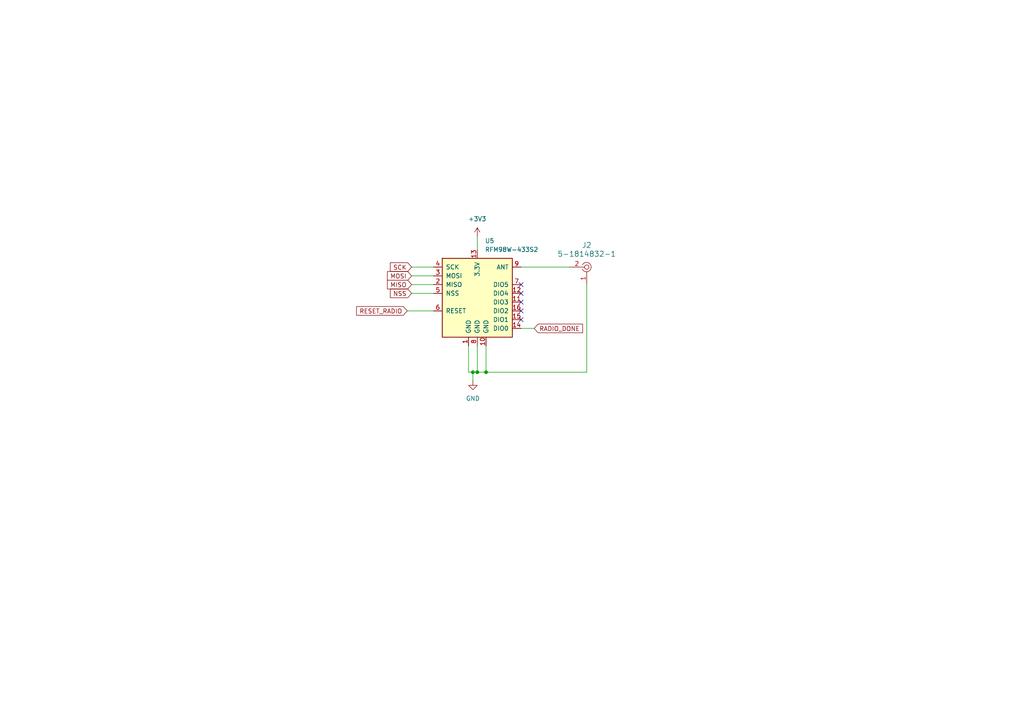
<source format=kicad_sch>
(kicad_sch (version 20231120) (generator "eeschema") (generator_version "8.0")
  (paper "A4")
  (lib_symbols
    (symbol "RF_Module:RFM98W-433S2" (pin_names (offset 1.016))
      (property "Reference" "U" (at -10.414 11.684 0))
      (property "Value" "RFM98W-433S2" (at 1.524 11.43 0))
      (symbol "RFM98W-433S2_0_1"
        (rectangle (start -10.16 10.16) (end 10.16 -12.7) (stroke (width 0.254)) (fill (type background)))
      )
      (symbol "RFM98W-433S2_1_1"
        (pin power_in line (at -2.54 -15.24 90) (length 2.54) (name "GND") (number "1"))
        (pin power_in line (at 2.54 -15.24 90) (length 2.54) (name "GND") (number "10"))
        (pin bidirectional line (at 12.7 -2.54 180) (length 2.54) (name "DIO3") (number "11"))
        (pin bidirectional line (at 12.7 0 180) (length 2.54) (name "DIO4") (number "12"))
        (pin power_in line (at 0 12.7 270) (length 2.54) (name "3.3V") (number "13"))
        (pin bidirectional line (at 12.7 -10.16 180) (length 2.54) (name "DIO0") (number "14"))
        (pin bidirectional line (at 12.7 -7.62 180) (length 2.54) (name "DIO1") (number "15"))
        (pin bidirectional line (at 12.7 -5.08 180) (length 2.54) (name "DIO2") (number "16"))
        (pin output line (at -12.7 2.54 0) (length 2.54) (name "MISO") (number "2"))
        (pin input line (at -12.7 5.08 0) (length 2.54) (name "MOSI") (number "3"))
        (pin input line (at -12.7 7.62 0) (length 2.54) (name "SCK") (number "4"))
        (pin input line (at -12.7 0 0) (length 2.54) (name "NSS") (number "5"))
        (pin bidirectional line (at -12.7 -5.08 0) (length 2.54) (name "RESET") (number "6"))
        (pin bidirectional line (at 12.7 2.54 180) (length 2.54) (name "DIO5") (number "7"))
        (pin power_in line (at 0 -15.24 90) (length 2.54) (name "GND") (number "8"))
        (pin bidirectional line (at 12.7 7.62 180) (length 2.54) (name "ANT") (number "9"))
      )
    )
    (symbol "dk_Coaxial-Connectors-RF:5-1814832-1" (pin_names (offset 1.016))
      (property "Reference" "J" (at -2.54 1.27 0))
      (property "Value" "5-1814832-1" (at 1.27 -2.54 0))
      (symbol "5-1814832-1_0_1"
        (arc (start -1.27 0) (mid -0.2651 -1.3081) (end 1.27 -0.635))
        (circle (center 0 0) (radius 0.635))
        (arc (start 1.27 0.635) (mid -0.2496 1.3256) (end -1.27 0))
      )
      (symbol "5-1814832-1_1_1"
        (pin passive line (at 0 -5.08 90) (length 3.683) (name "~") (number "1"))
        (pin passive line (at 5.08 0 180) (length 4.445) (name "~") (number "2"))
      )
    )
    (symbol "power:+3V3" (power) (pin_numbers hide) (pin_names (offset 0) hide)
      (property "Value" "+3V3" (at 0 3.556 0))
      (symbol "+3V3_0_1"
        (polyline (pts (xy -0.762 1.27) (xy 0 2.54)))
        (polyline (pts (xy 0 0) (xy 0 2.54)))
        (polyline (pts (xy 0 2.54) (xy 0.762 1.27)))
      )
      (symbol "+3V3_1_1"
        (pin power_in line (at 0 0 90) (length 0) (name "~") (number "1"))
      )
    )
    (symbol "power:GND" (power) (pin_numbers hide) (pin_names (offset 0) hide)
      (property "Value" "GND" (at 0 -3.81 0))
      (symbol "GND_0_1"
        (polyline (pts (xy 0 0) (xy 0 -1.27) (xy 1.27 -1.27) (xy 0 -2.54) (xy -1.27 -1.27) (xy 0 -1.27)))
      )
      (symbol "GND_1_1"
        (pin power_in line (at 0 0 270) (length 0) (name "~") (number "1"))
      )
    )
  )
  (junction (at 137.16 107.95))
  (junction (at 140.97 107.95))
  (junction (at 138.43 107.95))
  (no_connect (at 151.13 92.71))
  (no_connect (at 151.13 85.09))
  (no_connect (at 151.13 87.63))
  (no_connect (at 151.13 82.55))
  (no_connect (at 151.13 90.17))
  (wire (pts (xy 119.38 80.01) (xy 125.73 80.01)))
  (wire (pts (xy 138.43 68.58) (xy 138.43 72.39)))
  (wire (pts (xy 170.18 82.55) (xy 170.18 107.95)))
  (wire (pts (xy 137.16 107.95) (xy 138.43 107.95)))
  (wire (pts (xy 135.89 107.95) (xy 137.16 107.95)))
  (wire (pts (xy 140.97 100.33) (xy 140.97 107.95)))
  (wire (pts (xy 119.38 82.55) (xy 125.73 82.55)))
  (wire (pts (xy 135.89 100.33) (xy 135.89 107.95)))
  (wire (pts (xy 137.16 110.49) (xy 137.16 107.95)))
  (wire (pts (xy 170.18 107.95) (xy 140.97 107.95)))
  (wire (pts (xy 154.94 95.25) (xy 151.13 95.25)))
  (wire (pts (xy 140.97 107.95) (xy 138.43 107.95)))
  (wire (pts (xy 151.13 77.47) (xy 165.1 77.47)))
  (wire (pts (xy 119.38 85.09) (xy 125.73 85.09)))
  (wire (pts (xy 119.38 77.47) (xy 125.73 77.47)))
  (wire (pts (xy 138.43 107.95) (xy 138.43 100.33)))
  (wire (pts (xy 118.11 90.17) (xy 125.73 90.17)))
  (global_label "NSS" (shape input) (at 119.38 85.09 180) (property "Intersheetrefs" "${INTERSHEET_REFS}" (effects (hide yes))))
  (global_label "MISO" (shape input) (at 119.38 82.55 180) (property "Intersheetrefs" "${INTERSHEET_REFS}" (effects (hide yes))))
  (global_label "SCK" (shape input) (at 119.38 77.47 180) (property "Intersheetrefs" "${INTERSHEET_REFS}" (effects (hide yes))))
  (global_label "MOSI" (shape input) (at 119.38 80.01 180) (property "Intersheetrefs" "${INTERSHEET_REFS}" (effects (hide yes))))
  (global_label "RESET_RADIO" (shape input) (at 118.11 90.17 180) (property "Intersheetrefs" "${INTERSHEET_REFS}" (effects (hide yes))))
  (global_label "RADIO_DONE" (shape input) (at 154.94 95.25 0) (property "Intersheetrefs" "${INTERSHEET_REFS}" (effects (hide yes))))
  (symbol (lib_id "power:+3V3") (at 138.43 68.58 0) (unit 1)
    (property "Reference" "#PWR08" (effects (hide yes)))
    (property "Value" "+3V3" (at 138.43 63.5 0))
    (property "Description" "Power symbol creates a global label with name \"+3V3\"" (effects (hide yes)))
  )
  (symbol (lib_id "RF_Module:RFM98W-433S2") (at 138.43 85.09 0) (unit 1)
    (property "Reference" "U5" (at 140.6241 69.85 0) (effects (justify left)))
    (property "Value" "RFM98W-433S2" (at 140.6241 72.39 0) (effects (justify left)))
    (property "Footprint" "RF_Module:HOPERF_RFM9XW_THT" (effects (hide yes)))
    (property "Datasheet" "https://www.hoperf.com/data/upload/portal/20181127/5bfcdb5e17543.pdf" (effects (hide yes)))
    (property "Description" "Low power long range transceiver module, SPI and parallel interface, 433 MHz, spreading factor 6 to12, bandwidth 7.8 to 500kHz, -111 to -148 dBm, SMD-16, DIP-16" (effects (hide yes)))
  )
  (symbol (lib_id "power:GND") (at 137.16 110.49 0) (unit 1)
    (property "Reference" "#PWR07" (effects (hide yes)))
    (property "Value" "GND" (at 137.16 115.57 0))
    (property "Description" "Power symbol creates a global label with name \"GND\" , ground" (effects (hide yes)))
  )
  (symbol (lib_id "dk_Coaxial-Connectors-RF:5-1814832-1") (at 170.18 77.47 0) (mirror y) (unit 1)
    (property "Reference" "J2" (at 170.1801 71.12 0) (effects (font (size 1.524 1.524))))
    (property "Value" "5-1814832-1" (at 170.1801 73.66 0) (effects (font (size 1.524 1.524))))
    (property "Footprint" "digikey-footprints:RF_SMA_Vertical_5-1814832-1" (effects (hide yes)))
    (property "Datasheet" "https://www.te.com/commerce/DocumentDelivery/DDEController?Action=srchrtrv&DocNm=1814832&DocType=Customer+Drawing&DocLang=English" (effects (hide yes)))
    (property "Description" "CONN SMA JACK STR 50 OHM PCB" (effects (hide yes)))
    (property "Digi-Key_PN" "A97594-ND" (effects (hide yes)))
    (property "MPN" "5-1814832-1" (effects (hide yes)))
    (property "Category" "Connectors, Interconnects" (effects (hide yes)))
    (property "Family" "Coaxial Connectors (RF)" (effects (hide yes)))
    (property "DK_Datasheet_Link" "https://www.te.com/commerce/DocumentDelivery/DDEController?Action=srchrtrv&DocNm=1814832&DocType=Customer+Drawing&DocLang=English" (effects (hide yes)))
    (property "DK_Detail_Page" "/product-detail/en/te-connectivity-amp-connectors/5-1814832-1/A97594-ND/1755982" (effects (hide yes)))
    (property "Description_1" "CONN SMA JACK STR 50 OHM PCB" (effects (hide yes)))
    (property "Manufacturer" "TE Connectivity AMP Connectors" (effects (hide yes)))
    (property "Status" "Active" (effects (hide yes)))
  )
)
</source>
